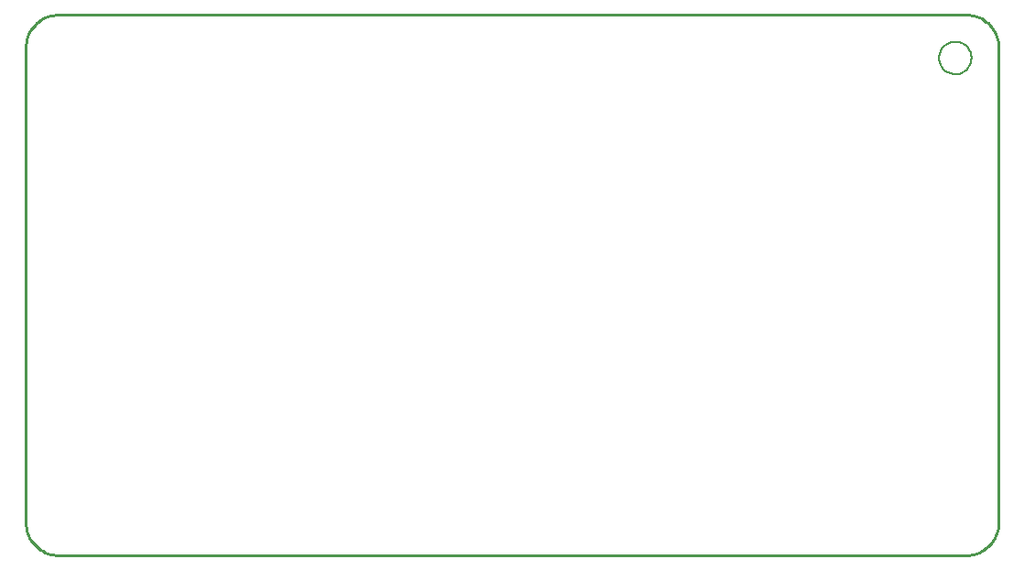
<source format=gm1>
G04*
G04 #@! TF.GenerationSoftware,Altium Limited,Altium Designer,21.1.1 (26)*
G04*
G04 Layer_Color=16711935*
%FSLAX25Y25*%
%MOIN*%
G70*
G04*
G04 #@! TF.SameCoordinates,803D71E2-4EB1-4650-8D60-E64228E98B9D*
G04*
G04*
G04 #@! TF.FilePolarity,Positive*
G04*
G01*
G75*
%ADD20C,0.01000*%
%ADD22C,0.00591*%
D20*
X342520Y0D02*
X343495Y40D01*
X344464Y161D01*
X345419Y361D01*
X346355Y640D01*
X347264Y995D01*
X348141Y1424D01*
X348980Y1923D01*
X349774Y2490D01*
X350519Y3121D01*
X351209Y3812D01*
X351840Y4557D01*
X352407Y5351D01*
X352907Y6190D01*
X353336Y7067D01*
X353691Y7976D01*
X353969Y8912D01*
X354170Y9867D01*
X354290Y10836D01*
X354331Y11811D01*
X11811Y196850D02*
X10836Y196810D01*
X9867Y196689D01*
X8911Y196489D01*
X7976Y196210D01*
X7067Y195856D01*
X6190Y195427D01*
X5351Y194927D01*
X4556Y194360D01*
X3811Y193729D01*
X3121Y193039D01*
X2490Y192294D01*
X1923Y191499D01*
X1423Y190661D01*
X995Y189784D01*
X640Y188874D01*
X361Y187939D01*
X161Y186983D01*
X40Y186015D01*
X-0Y185039D01*
X-0Y11811D02*
X40Y10836D01*
X161Y9867D01*
X361Y8912D01*
X640Y7976D01*
X995Y7067D01*
X1423Y6190D01*
X1923Y5351D01*
X2490Y4557D01*
X3121Y3812D01*
X3811Y3121D01*
X4556Y2490D01*
X5351Y1923D01*
X6190Y1424D01*
X7067Y995D01*
X7976Y640D01*
X8912Y361D01*
X9867Y161D01*
X10836Y40D01*
X11811Y0D01*
X354331Y185039D02*
X354290Y186015D01*
X354170Y186983D01*
X353969Y187939D01*
X353691Y188874D01*
X353336Y189784D01*
X352907Y190661D01*
X352407Y191499D01*
X351840Y192294D01*
X351209Y193039D01*
X350519Y193729D01*
X349774Y194360D01*
X348980Y194927D01*
X348141Y195427D01*
X347264Y195856D01*
X346355Y196210D01*
X345419Y196489D01*
X344464Y196689D01*
X343495Y196810D01*
X342519Y196850D01*
X-0Y11811D02*
Y185039D01*
X11811Y196850D02*
X342520D01*
X11811Y0D02*
X342520D01*
X354331Y11811D02*
X354331Y185039D01*
D22*
X344488Y181102D02*
X344403Y182100D01*
X344151Y183070D01*
X343738Y183982D01*
X343177Y184812D01*
X342484Y185535D01*
X341679Y186131D01*
X340785Y186582D01*
X339827Y186875D01*
X338833Y187003D01*
X337832Y186960D01*
X336853Y186749D01*
X335924Y186375D01*
X335071Y185850D01*
X334319Y185189D01*
X333690Y184409D01*
X333201Y183535D01*
X332868Y182590D01*
X332698Y181603D01*
Y180602D01*
X332868Y179614D01*
X333201Y178670D01*
X333690Y177795D01*
X334319Y177016D01*
X335071Y176354D01*
X335924Y175829D01*
X336853Y175456D01*
X337832Y175245D01*
X338833Y175202D01*
X339827Y175329D01*
X340785Y175623D01*
X341679Y176074D01*
X342484Y176669D01*
X343177Y177392D01*
X343738Y178222D01*
X344151Y179135D01*
X344403Y180104D01*
X344488Y181102D01*
M02*

</source>
